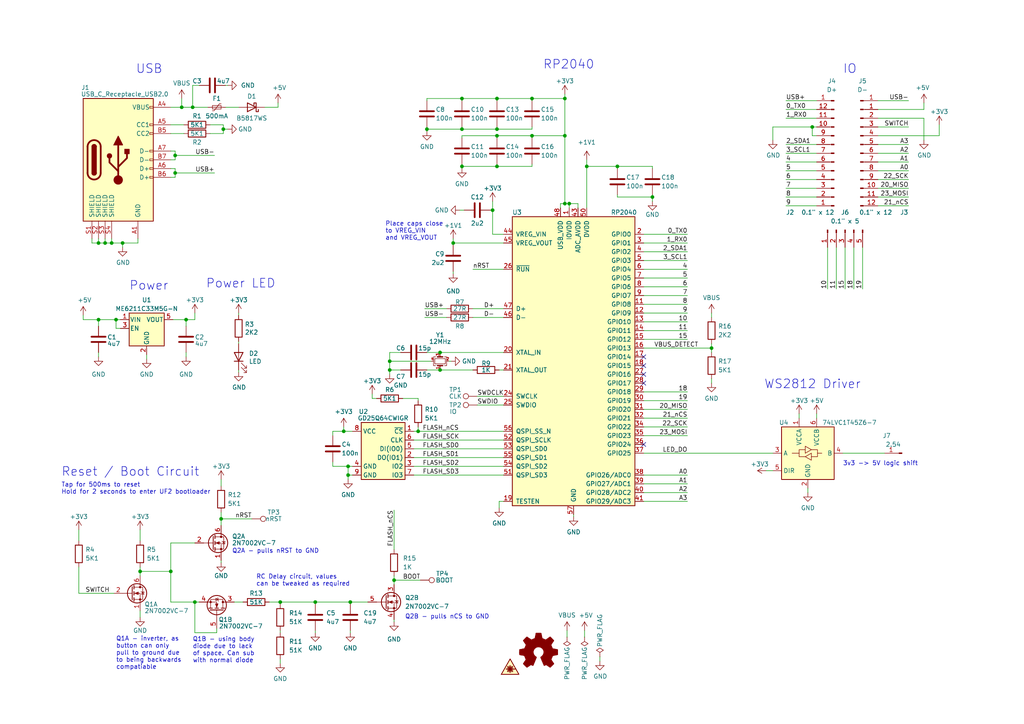
<source format=kicad_sch>
(kicad_sch (version 20211123) (generator eeschema)
  (paper "A4")
  (title_block (title "Sea Picro Extended") (date "2022-03-13") (rev "0.2") (company "Josh Johnson"))
  (junction (at 142.875 60.96))
  (junction (at 40.64 165.735))
  (junction (at 32.385 70.485))
  (junction (at 206.375 100.965))
  (junction (at 113.03 104.775))
  (junction (at 179.07 48.26))
  (junction (at 53.975 92.71))
  (junction (at 56.515 174.625))
  (junction (at 64.77 37.465))
  (junction (at 64.135 150.495))
  (junction (at 144.145 37.465))
  (junction (at 154.305 28.575))
  (junction (at 123.825 37.465))
  (junction (at 133.985 48.26))
  (junction (at 154.305 39.37))
  (junction (at 50.8 45.085))
  (junction (at 28.575 70.485))
  (junction (at 165.1 59.055))
  (junction (at 35.56 70.485))
  (junction (at 163.83 39.37))
  (junction (at 144.145 48.26))
  (junction (at 33.655 92.71))
  (junction (at 131.445 70.485))
  (junction (at 52.705 31.115))
  (junction (at 30.48 70.485))
  (junction (at 170.18 48.26))
  (junction (at 50.8 50.165))
  (junction (at 81.28 174.625))
  (junction (at 101.6 174.625))
  (junction (at 127.635 107.315))
  (junction (at 133.985 37.465))
  (junction (at 91.44 174.625))
  (junction (at 99.695 125.095))
  (junction (at 49.53 165.735))
  (junction (at 113.03 107.315))
  (junction (at 127.635 102.235))
  (junction (at 100.965 135.255))
  (junction (at 55.88 31.115))
  (junction (at 28.575 92.71))
  (junction (at 114.3 168.275))
  (junction (at 100.965 137.795))
  (junction (at 144.145 28.575))
  (junction (at 163.83 28.575))
  (junction (at 144.145 39.37))
  (junction (at 121.285 125.095))
  (junction (at 133.985 28.575))
  (junction (at 189.23 57.15))
  (junction (at 235.585 36.83))
  (junction (at 163.83 59.055))
  (no_connect (at 186.69 128.905))
  (no_connect (at 186.69 106.045))
  (no_connect (at 186.69 108.585))
  (no_connect (at 186.69 103.505))
  (no_connect (at 186.69 111.125))
  (wire (pts (xy 100.965 135.255) (xy 100.965 137.795)))
  (wire (pts (xy 50.8 48.895) (xy 50.8 50.165)))
  (wire (pts (xy 69.215 107.315) (xy 69.215 107.95)))
  (wire (pts (xy 186.69 93.345) (xy 199.39 93.345)))
  (wire (pts (xy 99.695 125.095) (xy 96.52 125.095)))
  (wire (pts (xy 123.825 29.21) (xy 123.825 28.575)))
  (wire (pts (xy 163.83 28.575) (xy 163.83 39.37)))
  (wire (pts (xy 247.65 71.755) (xy 247.65 83.82)))
  (wire (pts (xy 60.96 36.195) (xy 64.77 36.195)))
  (wire (pts (xy 120.015 125.095) (xy 121.285 125.095)))
  (wire (pts (xy 154.305 28.575) (xy 163.83 28.575)))
  (wire (pts (xy 179.07 48.26) (xy 170.18 48.26)))
  (wire (pts (xy 56.515 174.625) (xy 49.53 174.625)))
  (wire (pts (xy 227.965 57.15) (xy 236.855 57.15)))
  (wire (pts (xy 163.83 39.37) (xy 163.83 59.055)))
  (wire (pts (xy 254.635 41.91) (xy 263.525 41.91)))
  (wire (pts (xy 114.3 167.005) (xy 114.3 168.275)))
  (wire (pts (xy 28.575 70.485) (xy 30.48 70.485)))
  (wire (pts (xy 154.305 28.575) (xy 154.305 29.21)))
  (wire (pts (xy 186.69 90.805) (xy 199.39 90.805)))
  (wire (pts (xy 26.67 70.485) (xy 28.575 70.485)))
  (wire (pts (xy 113.03 102.235) (xy 113.03 104.775)))
  (wire (pts (xy 40.64 164.465) (xy 40.64 165.735)))
  (wire (pts (xy 80.645 31.115) (xy 80.645 29.845)))
  (wire (pts (xy 129.54 92.075) (xy 123.19 92.075)))
  (wire (pts (xy 227.965 54.61) (xy 236.855 54.61)))
  (wire (pts (xy 65.405 31.115) (xy 69.215 31.115)))
  (wire (pts (xy 32.385 69.215) (xy 32.385 70.485)))
  (wire (pts (xy 186.69 98.425) (xy 199.39 98.425)))
  (wire (pts (xy 227.965 52.07) (xy 236.855 52.07)))
  (wire (pts (xy 186.69 95.885) (xy 199.39 95.885)))
  (wire (pts (xy 64.135 148.59) (xy 64.135 150.495)))
  (wire (pts (xy 222.25 136.525) (xy 224.155 136.525)))
  (wire (pts (xy 133.985 47.625) (xy 133.985 48.26)))
  (wire (pts (xy 146.05 70.485) (xy 131.445 70.485)))
  (wire (pts (xy 127.635 107.315) (xy 137.16 107.315)))
  (wire (pts (xy 170.18 48.26) (xy 170.18 60.325)))
  (wire (pts (xy 22.86 164.465) (xy 22.86 172.085)))
  (wire (pts (xy 186.69 70.485) (xy 199.39 70.485)))
  (wire (pts (xy 28.575 92.71) (xy 33.655 92.71)))
  (wire (pts (xy 227.965 34.29) (xy 236.855 34.29)))
  (wire (pts (xy 169.545 182.88) (xy 169.545 184.785)))
  (wire (pts (xy 55.88 24.765) (xy 57.785 24.765)))
  (wire (pts (xy 49.53 48.895) (xy 50.8 48.895)))
  (wire (pts (xy 50.8 50.165) (xy 50.8 51.435)))
  (wire (pts (xy 163.83 27.305) (xy 163.83 28.575)))
  (wire (pts (xy 267.97 31.75) (xy 267.97 29.845)))
  (wire (pts (xy 50.8 45.085) (xy 62.23 45.085)))
  (wire (pts (xy 81.28 174.625) (xy 91.44 174.625)))
  (wire (pts (xy 235.585 39.37) (xy 235.585 36.83)))
  (wire (pts (xy 267.97 34.29) (xy 267.97 40.64)))
  (wire (pts (xy 144.145 29.21) (xy 144.145 28.575)))
  (wire (pts (xy 138.43 117.475) (xy 146.05 117.475)))
  (wire (pts (xy 64.135 150.495) (xy 73.025 150.495)))
  (wire (pts (xy 254.635 44.45) (xy 263.525 44.45)))
  (wire (pts (xy 179.07 56.515) (xy 179.07 57.15)))
  (wire (pts (xy 69.215 91.44) (xy 69.215 90.805)))
  (wire (pts (xy 165.1 59.055) (xy 163.83 59.055)))
  (wire (pts (xy 227.965 29.21) (xy 236.855 29.21)))
  (wire (pts (xy 227.965 44.45) (xy 236.855 44.45)))
  (wire (pts (xy 64.135 150.495) (xy 64.135 152.4)))
  (wire (pts (xy 154.305 36.83) (xy 154.305 37.465)))
  (wire (pts (xy 144.145 37.465) (xy 154.305 37.465)))
  (wire (pts (xy 236.855 39.37) (xy 235.585 39.37)))
  (wire (pts (xy 186.69 142.875) (xy 199.39 142.875)))
  (wire (pts (xy 49.53 174.625) (xy 49.53 165.735)))
  (wire (pts (xy 50.165 92.71) (xy 53.975 92.71)))
  (wire (pts (xy 113.03 107.315) (xy 113.03 108.585)))
  (wire (pts (xy 114.3 147.955) (xy 114.3 159.385)))
  (wire (pts (xy 22.86 153.67) (xy 22.86 156.845)))
  (wire (pts (xy 236.855 120.015) (xy 236.855 121.285)))
  (wire (pts (xy 186.69 73.025) (xy 199.39 73.025)))
  (wire (pts (xy 186.69 126.365) (xy 199.39 126.365)))
  (wire (pts (xy 206.375 90.805) (xy 206.375 92.075)))
  (wire (pts (xy 64.77 36.195) (xy 64.77 37.465)))
  (wire (pts (xy 154.305 47.625) (xy 154.305 48.26)))
  (wire (pts (xy 120.015 132.715) (xy 146.05 132.715)))
  (wire (pts (xy 133.985 37.465) (xy 144.145 37.465)))
  (wire (pts (xy 179.07 48.26) (xy 189.23 48.26)))
  (wire (pts (xy 53.34 36.195) (xy 49.53 36.195)))
  (wire (pts (xy 56.515 90.805) (xy 56.515 92.71)))
  (wire (pts (xy 113.03 104.775) (xy 113.03 107.315)))
  (wire (pts (xy 131.445 69.215) (xy 131.445 70.485)))
  (wire (pts (xy 142.875 60.96) (xy 142.875 67.945)))
  (wire (pts (xy 28.575 92.71) (xy 28.575 94.615)))
  (wire (pts (xy 121.285 123.825) (xy 121.285 125.095)))
  (wire (pts (xy 144.145 48.26) (xy 154.305 48.26)))
  (wire (pts (xy 170.18 46.355) (xy 170.18 48.26)))
  (wire (pts (xy 129.54 89.535) (xy 123.19 89.535)))
  (wire (pts (xy 69.215 99.695) (xy 69.215 99.06)))
  (wire (pts (xy 254.635 36.83) (xy 263.525 36.83)))
  (wire (pts (xy 189.23 57.15) (xy 189.23 58.42)))
  (wire (pts (xy 49.53 43.815) (xy 50.8 43.815)))
  (wire (pts (xy 144.145 28.575) (xy 154.305 28.575)))
  (wire (pts (xy 254.635 34.29) (xy 267.97 34.29)))
  (wire (pts (xy 65.405 24.765) (xy 66.04 24.765)))
  (wire (pts (xy 179.07 48.895) (xy 179.07 48.26)))
  (wire (pts (xy 50.8 46.355) (xy 49.53 46.355)))
  (wire (pts (xy 22.86 172.085) (xy 33.02 172.085)))
  (wire (pts (xy 101.6 174.625) (xy 106.68 174.625)))
  (wire (pts (xy 133.985 28.575) (xy 133.985 29.21)))
  (wire (pts (xy 101.6 182.88) (xy 101.6 183.515)))
  (wire (pts (xy 102.235 135.255) (xy 100.965 135.255)))
  (wire (pts (xy 26.67 69.215) (xy 26.67 70.485)))
  (wire (pts (xy 254.635 59.69) (xy 263.525 59.69)))
  (wire (pts (xy 81.28 182.88) (xy 81.28 183.515)))
  (wire (pts (xy 33.655 95.25) (xy 33.655 92.71)))
  (wire (pts (xy 120.015 135.255) (xy 146.05 135.255)))
  (wire (pts (xy 50.8 51.435) (xy 49.53 51.435)))
  (wire (pts (xy 100.965 137.795) (xy 102.235 137.795)))
  (wire (pts (xy 254.635 49.53) (xy 263.525 49.53)))
  (wire (pts (xy 186.69 137.795) (xy 199.39 137.795)))
  (wire (pts (xy 52.705 28.575) (xy 52.705 31.115)))
  (wire (pts (xy 28.575 69.215) (xy 28.575 70.485)))
  (wire (pts (xy 186.69 140.335) (xy 199.39 140.335)))
  (wire (pts (xy 113.03 107.315) (xy 116.205 107.315)))
  (wire (pts (xy 245.11 71.755) (xy 245.11 83.82)))
  (wire (pts (xy 50.8 45.085) (xy 50.8 46.355)))
  (wire (pts (xy 101.6 175.26) (xy 101.6 174.625)))
  (wire (pts (xy 186.69 83.185) (xy 199.39 83.185)))
  (wire (pts (xy 133.985 48.26) (xy 144.145 48.26)))
  (wire (pts (xy 60.96 38.735) (xy 64.77 38.735)))
  (wire (pts (xy 123.825 28.575) (xy 133.985 28.575)))
  (wire (pts (xy 144.145 39.37) (xy 144.145 40.005)))
  (wire (pts (xy 40.64 165.735) (xy 40.64 167.005)))
  (wire (pts (xy 144.145 36.83) (xy 144.145 37.465)))
  (wire (pts (xy 53.975 92.71) (xy 53.975 94.615)))
  (wire (pts (xy 146.05 145.415) (xy 144.78 145.415)))
  (wire (pts (xy 164.465 182.88) (xy 164.465 184.785)))
  (wire (pts (xy 100.965 137.795) (xy 100.965 139.065)))
  (wire (pts (xy 32.385 70.485) (xy 35.56 70.485)))
  (wire (pts (xy 30.48 70.485) (xy 32.385 70.485)))
  (wire (pts (xy 189.23 48.26) (xy 189.23 48.895)))
  (wire (pts (xy 120.015 127.635) (xy 146.05 127.635)))
  (wire (pts (xy 144.78 145.415) (xy 144.78 147.32)))
  (wire (pts (xy 107.95 114.3) (xy 107.95 115.57)))
  (wire (pts (xy 186.69 121.285) (xy 199.39 121.285)))
  (wire (pts (xy 64.135 139.065) (xy 64.135 140.97)))
  (wire (pts (xy 120.015 137.795) (xy 146.05 137.795)))
  (wire (pts (xy 121.285 115.57) (xy 121.285 116.205)))
  (wire (pts (xy 42.545 102.87) (xy 42.545 104.14)))
  (wire (pts (xy 123.825 37.465) (xy 133.985 37.465)))
  (wire (pts (xy 78.105 174.625) (xy 81.28 174.625)))
  (wire (pts (xy 34.925 95.25) (xy 33.655 95.25)))
  (wire (pts (xy 133.985 28.575) (xy 144.145 28.575)))
  (wire (pts (xy 67.945 174.625) (xy 70.485 174.625)))
  (wire (pts (xy 165.1 59.055) (xy 165.1 60.325)))
  (wire (pts (xy 99.695 123.825) (xy 99.695 125.095)))
  (wire (pts (xy 123.825 37.465) (xy 123.825 38.1)))
  (wire (pts (xy 50.8 50.165) (xy 62.23 50.165)))
  (wire (pts (xy 227.965 49.53) (xy 236.855 49.53)))
  (wire (pts (xy 254.635 54.61) (xy 263.525 54.61)))
  (wire (pts (xy 186.69 113.665) (xy 199.39 113.665)))
  (wire (pts (xy 206.375 109.855) (xy 206.375 111.125)))
  (wire (pts (xy 173.99 191.77) (xy 173.99 190.5)))
  (wire (pts (xy 206.375 100.965) (xy 206.375 102.235)))
  (wire (pts (xy 123.825 36.83) (xy 123.825 37.465)))
  (wire (pts (xy 146.05 67.945) (xy 142.875 67.945)))
  (wire (pts (xy 186.69 80.645) (xy 199.39 80.645)))
  (wire (pts (xy 186.69 78.105) (xy 199.39 78.105)))
  (wire (pts (xy 116.84 115.57) (xy 121.285 115.57)))
  (wire (pts (xy 50.8 43.815) (xy 50.8 45.085)))
  (wire (pts (xy 55.88 31.115) (xy 60.325 31.115)))
  (wire (pts (xy 138.43 114.935) (xy 146.05 114.935)))
  (wire (pts (xy 154.305 39.37) (xy 163.83 39.37)))
  (wire (pts (xy 49.53 157.48) (xy 56.515 157.48)))
  (wire (pts (xy 56.515 183.515) (xy 56.515 174.625)))
  (wire (pts (xy 186.69 123.825) (xy 199.39 123.825)))
  (wire (pts (xy 186.69 88.265) (xy 199.39 88.265)))
  (wire (pts (xy 166.37 149.225) (xy 166.37 149.86)))
  (wire (pts (xy 40.64 177.165) (xy 40.64 179.07)))
  (wire (pts (xy 142.24 60.96) (xy 142.875 60.96)))
  (wire (pts (xy 53.975 102.235) (xy 53.975 103.505)))
  (wire (pts (xy 250.19 71.755) (xy 250.19 83.82)))
  (wire (pts (xy 167.64 59.055) (xy 165.1 59.055)))
  (wire (pts (xy 131.445 70.485) (xy 131.445 71.12)))
  (wire (pts (xy 144.145 47.625) (xy 144.145 48.26)))
  (wire (pts (xy 121.285 125.095) (xy 146.05 125.095)))
  (wire (pts (xy 254.635 52.07) (xy 263.525 52.07)))
  (wire (pts (xy 227.965 41.91) (xy 236.855 41.91)))
  (wire (pts (xy 242.57 71.755) (xy 242.57 83.82)))
  (wire (pts (xy 234.315 141.605) (xy 234.315 142.875)))
  (wire (pts (xy 163.83 59.055) (xy 162.56 59.055)))
  (wire (pts (xy 272.415 36.195) (xy 272.415 39.37)))
  (wire (pts (xy 49.53 165.735) (xy 40.64 165.735)))
  (wire (pts (xy 62.865 183.515) (xy 56.515 183.515)))
  (wire (pts (xy 133.985 39.37) (xy 144.145 39.37)))
  (wire (pts (xy 99.695 125.095) (xy 102.235 125.095)))
  (wire (pts (xy 131.445 78.74) (xy 131.445 79.375)))
  (wire (pts (xy 64.77 37.465) (xy 64.77 38.735)))
  (wire (pts (xy 186.69 75.565) (xy 199.39 75.565)))
  (wire (pts (xy 137.16 92.075) (xy 146.05 92.075)))
  (wire (pts (xy 189.23 56.515) (xy 189.23 57.15)))
  (wire (pts (xy 49.53 31.115) (xy 52.705 31.115)))
  (wire (pts (xy 40.64 153.67) (xy 40.64 156.845)))
  (wire (pts (xy 91.44 182.88) (xy 91.44 183.515)))
  (wire (pts (xy 53.34 38.735) (xy 49.53 38.735)))
  (wire (pts (xy 123.825 107.315) (xy 127.635 107.315)))
  (wire (pts (xy 224.155 36.83) (xy 235.585 36.83)))
  (wire (pts (xy 24.13 92.71) (xy 24.13 91.44)))
  (wire (pts (xy 133.35 60.96) (xy 134.62 60.96)))
  (wire (pts (xy 244.475 131.445) (xy 256.54 131.445)))
  (wire (pts (xy 130.175 104.775) (xy 130.81 104.775)))
  (wire (pts (xy 227.965 31.75) (xy 236.855 31.75)))
  (wire (pts (xy 133.985 40.005) (xy 133.985 39.37)))
  (wire (pts (xy 62.865 182.245) (xy 62.865 183.515)))
  (wire (pts (xy 137.16 89.535) (xy 146.05 89.535)))
  (wire (pts (xy 162.56 59.055) (xy 162.56 60.325)))
  (wire (pts (xy 114.3 179.705) (xy 114.3 180.34)))
  (wire (pts (xy 113.03 104.775) (xy 125.095 104.775)))
  (wire (pts (xy 154.305 40.005) (xy 154.305 39.37)))
  (wire (pts (xy 224.155 36.83) (xy 224.155 40.64)))
  (wire (pts (xy 64.135 162.56) (xy 64.135 163.195)))
  (wire (pts (xy 53.975 92.71) (xy 56.515 92.71)))
  (wire (pts (xy 186.69 100.965) (xy 206.375 100.965)))
  (wire (pts (xy 33.655 92.71) (xy 34.925 92.71)))
  (wire (pts (xy 133.985 48.26) (xy 133.985 48.895)))
  (wire (pts (xy 146.05 78.105) (xy 137.16 78.105)))
  (wire (pts (xy 40.005 69.215) (xy 40.005 70.485)))
  (wire (pts (xy 66.04 37.465) (xy 64.77 37.465)))
  (wire (pts (xy 133.985 36.83) (xy 133.985 37.465)))
  (wire (pts (xy 55.88 24.765) (xy 55.88 31.115)))
  (wire (pts (xy 52.705 31.115) (xy 55.88 31.115)))
  (wire (pts (xy 167.64 60.325) (xy 167.64 59.055)))
  (wire (pts (xy 186.69 145.415) (xy 199.39 145.415)))
  (wire (pts (xy 254.635 39.37) (xy 272.415 39.37)))
  (wire (pts (xy 254.635 46.99) (xy 263.525 46.99)))
  (wire (pts (xy 186.69 116.205) (xy 199.39 116.205)))
  (wire (pts (xy 227.965 46.99) (xy 236.855 46.99)))
  (wire (pts (xy 96.52 125.095) (xy 96.52 126.365)))
  (wire (pts (xy 30.48 69.215) (xy 30.48 70.485)))
  (wire (pts (xy 127.635 102.235) (xy 146.05 102.235)))
  (wire (pts (xy 186.69 118.745) (xy 199.39 118.745)))
  (wire (pts (xy 81.28 175.26) (xy 81.28 174.625)))
  (wire (pts (xy 120.015 130.175) (xy 146.05 130.175)))
  (wire (pts (xy 179.07 57.15) (xy 189.23 57.15)))
  (wire (pts (xy 35.56 70.485) (xy 40.005 70.485)))
  (wire (pts (xy 76.835 31.115) (xy 80.645 31.115)))
  (wire (pts (xy 96.52 133.985) (xy 96.52 135.255)))
  (wire (pts (xy 28.575 102.235) (xy 28.575 103.505)))
  (wire (pts (xy 24.13 92.71) (xy 28.575 92.71)))
  (wire (pts (xy 254.635 31.75) (xy 267.97 31.75)))
  (wire (pts (xy 81.28 191.135) (xy 81.28 192.405)))
  (wire (pts (xy 227.965 59.69) (xy 236.855 59.69)))
  (wire (pts (xy 254.635 29.21) (xy 263.525 29.21)))
  (wire (pts (xy 114.3 168.275) (xy 121.92 168.275)))
  (wire (pts (xy 254.635 57.15) (xy 263.525 57.15)))
  (wire (pts (xy 107.95 115.57) (xy 109.22 115.57)))
  (wire (pts (xy 144.145 39.37) (xy 154.305 39.37)))
  (wire (pts (xy 142.875 58.42) (xy 142.875 60.96)))
  (wire (pts (xy 231.775 120.015) (xy 231.775 121.285)))
  (wire (pts (xy 116.205 102.235) (xy 113.03 102.235)))
  (wire (pts (xy 240.03 71.755) (xy 240.03 83.82)))
  (wire (pts (xy 96.52 135.255) (xy 100.965 135.255)))
  (wire (pts (xy 144.78 107.315) (xy 146.05 107.315)))
  (wire (pts (xy 186.69 131.445) (xy 224.155 131.445)))
  (wire (pts (xy 91.44 175.26) (xy 91.44 174.625)))
  (wire (pts (xy 235.585 36.83) (xy 236.855 36.83)))
  (wire (pts (xy 186.69 67.945) (xy 199.39 67.945)))
  (wire (pts (xy 56.515 174.625) (xy 57.785 174.625)))
  (wire (pts (xy 114.3 168.275) (xy 114.3 169.545)))
  (wire (pts (xy 49.53 157.48) (xy 49.53 165.735)))
  (wire (pts (xy 91.44 174.625) (xy 101.6 174.625)))
  (wire (pts (xy 206.375 99.695) (xy 206.375 100.965)))
  (wire (pts (xy 186.69 85.725) (xy 199.39 85.725)))
  (wire (pts (xy 123.825 102.235) (xy 127.635 102.235)))
  (wire (pts (xy 35.56 71.755) (xy 35.56 70.485)))
  (text "Power LED" (at 59.69 83.82 0) (effects (font (size 2.54 2.54)) (justify left bottom)))
  (text "RP2040" (at 157.48 20.32 0) (effects (font (size 2.54 2.54)) (justify left bottom)))
  (text "3v3 -> 5V logic shift" (at 244.475 135.255 0) (effects (font (size 1.27 1.27)) (justify left bottom)))
  (text "Power" (at 37.465 84.455 0) (effects (font (size 2.54 2.54)) (justify left bottom)))
  (text "Q2A - pulls nRST to GND" (at 67.31 160.655 0) (effects (font (size 1.27 1.27)) (justify left bottom)))
  (text "Q1A - inverter, as \nbutton can only \npull to ground due\nto being backwards\ncompatiable" (at 33.655 194.31 0) (effects (font (size 1.27 1.27)) (justify left bottom)))
  (text "Place caps close \nto VREG_VIN \nand VREG_VOUT" (at 111.76 69.85 0) (effects (font (size 1.27 1.27)) (justify left bottom)))
  (text "Q1B - using body \ndiode due to lack\nof space. Can sub\nwith normal diode" (at 55.88 192.405 0) (effects (font (size 1.27 1.27)) (justify left bottom)))
  (text "Tap for 500ms to reset\nHold for 2 seconds to enter UF2 bootloader" (at 17.78 143.51 0) (effects (font (size 1.27 1.27)) (justify left bottom)))
  (text "RC Delay circuit, values\ncan be tweaked as required" (at 74.295 170.18 0) (effects (font (size 1.27 1.27)) (justify left bottom)))
  (text "Reset / Boot Circuit" (at 17.78 138.43 0) (effects (font (size 2.54 2.54)) (justify left bottom)))
  (text "IO" (at 244.475 21.59 0) (effects (font (size 2.54 2.54)) (justify left bottom)))
  (text "USB" (at 39.37 21.59 0) (effects (font (size 2.54 2.54)) (justify left bottom)))
  (text "WS2812 Driver" (at 221.615 113.03 0) (effects (font (size 2.54 2.54)) (justify left bottom)))
  (text "Q2B - pulls nCS to GND" (at 117.475 179.705 0) (effects (font (size 1.27 1.27)) (justify left bottom)))
  (label "10" (at 199.39 93.345 180))
  (label "23_MOSI" (at 199.39 126.365 180))
  (label "USB-" (at 62.23 45.085 180))
  (label "4" (at 227.965 46.99 0))
  (label "SWDIO" (at 138.43 117.475 0))
  (label "3_SCL1" (at 199.39 75.565 180))
  (label "SWDCLK" (at 138.43 114.935 0))
  (label "22_SCK" (at 199.39 123.825 180))
  (label "7" (at 227.965 54.61 0))
  (label "18" (at 247.65 83.82 90))
  (label "A2" (at 199.39 142.875 180))
  (label "15" (at 199.39 98.425 180))
  (label "4" (at 199.39 78.105 180))
  (label "3_SCL1" (at 227.965 44.45 0))
  (label "USB-" (at 263.525 29.21 180))
  (label "2_SDA1" (at 227.965 41.91 0))
  (label "5" (at 227.965 49.53 0))
  (label "USB+" (at 227.965 29.21 0))
  (label "22_SCK" (at 263.525 52.07 180))
  (label "6" (at 227.965 52.07 0))
  (label "nRST" (at 137.16 78.105 0))
  (label "20_MISO" (at 199.39 118.745 180))
  (label "USB-" (at 123.19 92.075 0))
  (label "23_MOSI" (at 263.525 57.15 180))
  (label "FLASH_SD0" (at 122.555 130.175 0))
  (label "FLASH_SD3" (at 122.555 137.795 0))
  (label "SWITCH" (at 24.765 172.085 0))
  (label "FLASH_nCS" (at 114.3 147.955 270))
  (label "9" (at 199.39 90.805 180))
  (label "A1" (at 199.39 140.335 180))
  (label "FLASH_nCS" (at 122.555 125.095 0))
  (label "21_nCS" (at 199.39 121.285 180))
  (label "8" (at 199.39 88.265 180))
  (label "5" (at 199.39 80.645 180))
  (label "A0" (at 199.39 137.795 180))
  (label "D-" (at 140.335 92.075 0))
  (label "USB+" (at 62.23 50.165 180))
  (label "0_TX0" (at 199.39 67.945 180))
  (label "USB+" (at 123.19 89.535 0))
  (label "LED_DO" (at 199.39 131.445 180))
  (label "9" (at 227.965 59.69 0))
  (label "6" (at 199.39 83.185 180))
  (label "19" (at 199.39 116.205 180))
  (label "21_nCS" (at 263.525 59.69 180))
  (label "7" (at 199.39 85.725 180))
  (label "8" (at 227.965 57.15 0))
  (label "nRST" (at 73.025 150.495 180))
  (label "15" (at 245.11 83.82 90))
  (label "11" (at 242.57 83.82 90))
  (label "0_TX0" (at 227.965 31.75 0))
  (label "D+" (at 140.335 89.535 0))
  (label "A3" (at 263.525 41.91 180))
  (label "FLASH_SCK" (at 122.555 127.635 0))
  (label "20_MISO" (at 263.525 54.61 180))
  (label "SWITCH" (at 263.525 36.83 180))
  (label "A0" (at 263.525 49.53 180))
  (label "1_RX0" (at 227.965 34.29 0))
  (label "A3" (at 199.39 145.415 180))
  (label "A2" (at 263.525 44.45 180))
  (label "1_RX0" (at 199.39 70.485 180))
  (label "BOOT" (at 121.92 168.275 180))
  (label "FLASH_SD2" (at 122.555 135.255 0))
  (label "18" (at 199.39 113.665 180))
  (label "11" (at 199.39 95.885 180))
  (label "VBUS_DETECT" (at 202.565 100.965 180))
  (label "10" (at 240.03 83.82 90))
  (label "19" (at 250.19 83.82 90))
  (label "2_SDA1" (at 199.39 73.025 180))
  (label "FLASH_SD1" (at 122.555 132.715 0))
  (label "A1" (at 263.525 46.99 180))
  (symbol (lib_id "power:GND") (at 35.56 71.755 0) (unit 1)
    (property "Reference" "#PWR01" (effects hide))
    (property "Value" "GND" (at 35.687 76.1492 0))
  )
  (symbol (lib_id "Device:R") (at 57.15 36.195 270) (unit 1)
    (property "Reference" "R1" (at 57.15 33.655 90))
    (property "Value" "5K1" (at 57.15 36.195 90))
    (property "Footprint" "Resistor_SMD:R_0402_1005Metric" (effects hide))
    (property "LCSC" "C25905" (effects hide))
    (property "MPN " "0402WGF5101TCE" (effects hide))
    (property "Manufacturer" "UNI-ROYAL(Uniroyal Elec)" (effects hide))
    (property "JLC Basic" "Y" (effects hide))
  )
  (symbol (lib_id "Device:R") (at 57.15 38.735 270) (unit 1)
    (property "Reference" "R2" (at 57.15 41.275 90))
    (property "Value" "5K1" (at 57.15 38.735 90))
    (property "Footprint" "Resistor_SMD:R_0402_1005Metric" (effects hide))
    (property "LCSC" "C25905" (effects hide))
    (property "MPN " "0402WGF5101TCE" (effects hide))
    (property "Manufacturer" "UNI-ROYAL(Uniroyal Elec)" (effects hide))
    (property "JLC Basic" "Y" (effects hide))
  )
  (symbol (lib_id "power:GND") (at 66.04 37.465 90) (unit 1)
    (property "Reference" "#PWR02" (effects hide))
    (property "Value" "GND" (at 71.12 37.465 90))
  )
  (symbol (lib_id "Device:D_Schottky") (at 73.025 31.115 180) (unit 1)
    (property "Reference" "D1" (at 73.025 27.94 0))
    (property "Value" "B5817WS" (at 73.025 34.29 0))
    (property "Footprint" "Diode_SMD:D_SOD-323" (effects hide))
    (property "LCSC" "C122854" (effects hide))
    (property "MPN " "B5817WS" (effects hide))
    (property "Manufacturer" "Shikues" (effects hide))
    (property "JLC Basic" "N" (effects hide))
  )
  (symbol (lib_id "power:+5V") (at 80.645 29.845 0) (unit 1)
    (property "Reference" "#PWR05" (effects hide))
    (property "Value" "+5V" (at 81.026 25.4508 0))
  )
  (symbol (lib_id "Device:Polyfuse_Small") (at 62.865 31.115 270) (unit 1)
    (property "Reference" "F1" (at 62.865 28.575 90))
    (property "Value" "500mA" (at 62.865 33.655 90))
    (property "Footprint" "josh-passives-smt:Fuse_0603_1608Metric" (effects hide))
    (property "LCSC" "C210357" (effects hide))
    (property "MPN " "MF-FSMF050X-2" (effects hide))
    (property "Manufacturer" "BOURNS" (effects hide))
    (property "JLC Basic" "N" (effects hide))
  )
  (symbol (lib_id "Connector:Conn_01x12_Male") (at 241.935 46.99 180) (unit 1) (in_bom no)
    (property "Reference" "J2" (at 227.965 61.595 0) (effects (justify right)))
    (property "Value" "0.1\" x 12" (at 232.41 61.595 0) (effects (justify right)))
    (property "Footprint" "josh-connectors:Castellated_Short_P2.54x12" (effects hide))
    (property "DNP" "DNP" (effects hide))
  )
  (symbol (lib_id "Connector:Conn_01x12_Male") (at 249.555 44.45 0) (unit 1) (in_bom no)
    (property "Reference" "J3" (at 262.255 61.595 0))
    (property "Value" "0.1\" x 12" (at 254 61.595 0))
    (property "Footprint" "josh-connectors:Castellated_Short_P2.54x12" (effects hide))
    (property "DNP" "DNP" (effects hide))
  )
  (symbol (lib_id "Device:LED") (at 69.215 103.505 90) (unit 1)
    (property "Reference" "D2" (at 72.1868 102.5144 90) (effects (justify right)))
    (property "Value" "LED" (at 72.1868 104.8258 90) (effects (justify right)))
    (property "Footprint" "LED_SMD:LED_0603_1608Metric" (effects hide))
    (property "LCSC" "C72041" (effects hide))
    (property "MPN " "19-217/BHC-ZL1M2RY/3T" (effects hide))
    (property "Manufacturer" "Everlight Elec" (effects hide))
    (property "JLC Basic" "Y" (effects hide))
  )
  (symbol (lib_id "Device:R") (at 69.215 95.25 0) (unit 1)
    (property "Reference" "R3" (at 70.993 94.0816 0) (effects (justify left)))
    (property "Value" "2K2" (at 70.993 96.393 0) (effects (justify left)))
    (property "Footprint" "Resistor_SMD:R_0402_1005Metric" (effects hide))
    (property "LCSC" "C25879" (effects hide))
    (property "MPN " "0402WGF2201TCE" (effects hide))
    (property "Manufacturer" "UNI-ROYAL(Uniroyal Elec)" (effects hide))
    (property "JLC Basic" "Y" (effects hide))
  )
  (symbol (lib_id "power:GND") (at 69.215 107.95 0) (unit 1)
    (property "Reference" "#PWR07" (effects hide))
    (property "Value" "GND" (at 69.342 112.3442 0))
  )
  (symbol (lib_id "power:GND") (at 224.155 40.64 0) (unit 1)
    (property "Reference" "#PWR03" (effects hide))
    (property "Value" "GND" (at 224.282 45.0342 0))
  )
  (symbol (lib_id "power:+5V") (at 267.97 29.845 0) (mirror y) (unit 1)
    (property "Reference" "#PWR010" (effects hide))
    (property "Value" "+5V" (at 267.589 25.4508 0))
  )
  (symbol (lib_id "power:GND") (at 267.97 40.64 0) (unit 1)
    (property "Reference" "#PWR09" (effects hide))
    (property "Value" "GND" (at 268.097 45.0342 0))
  )
  (symbol (lib_id "power:PWR_FLAG") (at 173.99 190.5 0) (unit 1)
    (property "Reference" "#FLG04" (effects hide))
    (property "Value" "PWR_FLAG" (at 173.99 182.88 90))
  )
  (symbol (lib_id "power:GND") (at 173.99 191.77 0) (unit 1)
    (property "Reference" "#PWR017" (effects hide))
    (property "Value" "GND" (at 174.117 196.1642 0))
  )
  (symbol (lib_id "Graphic:Logo_Open_Hardware_Small") (at 156.21 189.23 0) (unit 1) (in_bom no)
    (property "Reference" "LOGO1" (effects hide))
    (property "Value" "Logo_Open_Hardware_Small" (effects hide))
    (property "Footprint" "josh-logos:OSHW_Logo_3.6x3.6_F.Mask" (effects hide))
    (property "DNP" "DNP" (effects hide))
  )
  (symbol (lib_id "Device:C") (at 131.445 74.93 0) (mirror y) (unit 1)
    (property "Reference" "C9" (at 128.905 73.66 0) (effects (justify left)))
    (property "Value" "2u2" (at 128.905 76.2 0) (effects (justify left)))
    (property "Footprint" "Capacitor_SMD:C_0402_1005Metric" (effects hide))
    (property "LCSC" "C12530" (effects hide))
    (property "MPN " "CL05A225MQ5NSNC" (effects hide))
    (property "Manufacturer" "Samsung Electro-Mechanics" (effects hide))
    (property "JLC Basic" "Y" (effects hide))
  )
  (symbol (lib_id "power:GND") (at 28.575 103.505 0) (unit 1)
    (property "Reference" "#PWR06" (effects hide))
    (property "Value" "GND" (at 28.575 108.585 0))
  )
  (symbol (lib_id "Device:C") (at 101.6 179.07 0) (unit 1)
    (property "Reference" "C19" (at 105.41 177.7999 0) (effects (justify left)))
    (property "Value" "4u7" (at 105.41 180.3399 0) (effects (justify left)))
    (property "Footprint" "Capacitor_SMD:C_0402_1005Metric" (effects hide))
    (property "JLC Basic" "Y" (effects hide))
    (property "LCSC" "C23733" (effects hide))
    (property "MPN " "CL05A475MP5NRNC" (effects hide))
    (property "Manufacturer" "Samsung Electro-Mechanics" (effects hide))
  )
  (symbol (lib_id "Device:C") (at 96.52 130.175 0) (unit 1)
    (property "Reference" "C4" (at 99.06 128.905 0) (effects (justify left)))
    (property "Value" "100n" (at 99.06 131.445 0) (effects (justify left)))
    (property "Footprint" "Capacitor_SMD:C_0402_1005Metric" (effects hide))
    (property "LCSC" "C1525" (effects hide))
    (property "MPN " "CL05B104KO5NNNC" (effects hide))
    (property "Manufacturer" "Samsung Electro-Mechanics" (effects hide))
    (property "JLC Basic" "Y" (effects hide))
  )
  (symbol (lib_id "power:GND") (at 166.37 149.86 0) (unit 1)
    (property "Reference" "#PWR033" (effects hide))
    (property "Value" "GND" (at 166.37 154.305 0))
  )
  (symbol (lib_id "Device:R") (at 206.375 106.045 0) (unit 1)
    (property "Reference" "R17" (at 208.28 104.7749 0) (effects (justify left)))
    (property "Value" "5K1" (at 208.28 107.3149 0) (effects (justify left)))
    (property "Footprint" "Resistor_SMD:R_0402_1005Metric" (effects hide))
    (property "JLC Basic" "Y" (effects hide))
    (property "LCSC" "C25905" (effects hide))
    (property "MPN " "0402WGF5101TCE" (effects hide))
    (property "Manufacturer" "UNI-ROYAL(Uniroyal Elec)" (effects hide))
  )
  (symbol (lib_id "power:+5V") (at 169.545 182.88 0) (unit 1)
    (property "Reference" "#PWR0112" (effects hide))
    (property "Value" "+5V" (at 169.926 178.4858 0))
  )
  (symbol (lib_id "Transistor_FET:FDG6335N") (at 61.595 157.48 0) (unit 1)
    (property "Reference" "Q2" (at 69.215 155.575 0))
    (property "Value" "2N7002VC-7" (at 73.66 157.48 0))
    (property "Footprint" "Package_TO_SOT_SMD:SOT-563" (effects hide))
    (property "Datasheet" "http://www.gneic.com/product/datasheet/FDG6335N-1122853.pdf" (effects hide))
    (property "JLC Basic" "N" (effects hide))
    (property "LCSC" "C504145" (effects hide))
    (property "MPN " "2N7002V" (effects hide))
    (property "Manufacturer" "Changjiang Electronics Tech (CJ) " (effects hide))
  )
  (symbol (lib_id "Device:Crystal_GND24_Small") (at 127.635 104.775 90) (unit 1)
    (property "Reference" "Y1" (at 127.635 97.155 90))
    (property "Value" "12MHz" (at 127.635 99.06 90))
    (property "Footprint" "josh-oscillators:Crystal_SMD_2520-4Pin_2.5x2.0mm" (effects hide))
    (property "LCSC" "C2C2149204149205" (effects hide))
    (property "MPN " "2TJ412000HYGBC" (effects hide))
    (property "Manufacturer" "JYJE" (effects hide))
    (property "JLC Basic" "N" (effects hide))
  )
  (symbol (lib_id "josh-connector:USB_C_Receptacle_USB2.0_NO_SBU") (at 34.29 46.355 0) (unit 1)
    (property "Reference" "J1" (at 24.765 25.4 0))
    (property "Value" "USB_C_Receptacle_USB2.0" (at 36.195 27.305 0))
    (property "Footprint" "josh-connectors:USB-C_MID_MOUNT_918-418K2024S40000" (effects hide))
    (property "JLC Basic" "N" (effects hide))
    (property "LCSC" "C168688" (effects hide))
    (property "MPN " "918-418K2024S40000" (effects hide))
    (property "Manufacturer" "Jing Extension of the Electronic Co" (effects hide))
  )
  (symbol (lib_id "Device:R") (at 206.375 95.885 0) (unit 1)
    (property "Reference" "R16" (at 208.28 94.6149 0) (effects (justify left)))
    (property "Value" "2K2" (at 208.28 97.1549 0) (effects (justify left)))
    (property "Footprint" "Resistor_SMD:R_0402_1005Metric" (effects hide))
    (property "JLC Basic" "Y" (effects hide))
    (property "LCSC" "C25879" (effects hide))
    (property "MPN " "0402WGF2201TCE" (effects hide))
    (property "Manufacturer" "UNI-ROYAL(Uniroyal Elec)" (effects hide))
  )
  (symbol (lib_id "Transistor_FET:FDG6335N") (at 62.865 177.165 270) (mirror x) (unit 2)
    (property "Reference" "Q1" (at 65.405 179.705 90))
    (property "Value" "2N7002VC-7" (at 69.85 181.61 90))
    (property "Footprint" "Package_TO_SOT_SMD:SOT-563" (effects hide))
    (property "Datasheet" "http://www.gneic.com/product/datasheet/FDG6335N-1122853.pdf" (effects hide))
    (property "JLC Basic" "N" (effects hide))
    (property "LCSC" "C504145" (effects hide))
    (property "MPN " "2N7002V" (effects hide))
    (property "Manufacturer" "Changjiang Electronics Tech (CJ) " (effects hide))
  )
  (symbol (lib_id "power:+3V3") (at 163.83 27.305 0) (unit 1)
    (property "Reference" "#PWR032" (effects hide))
    (property "Value" "+3V3" (at 163.83 23.495 0))
  )
  (symbol (lib_id "power:GND") (at 66.04 24.765 90) (unit 1)
    (property "Reference" "#PWR018" (effects hide))
    (property "Value" "GND" (at 69.85 24.7649 90) (effects (justify right)))
  )
  (symbol (lib_id "Connector:TestPoint") (at 138.43 117.475 90) (unit 1) (in_bom no)
    (property "Reference" "TP2" (at 132.08 117.475 90))
    (property "Value" "IO" (at 131.445 119.38 90))
    (property "Footprint" "josh-test-point:TestPoint_THTPad_D1.0mm_Drill0.5mm_NO_SILK" (effects hide))
    (property "DNP" "DNP" (effects hide))
  )
  (symbol (lib_id "Connector:TestPoint") (at 73.025 150.495 270) (unit 1) (in_bom no)
    (property "Reference" "TP3" (at 79.375 148.59 90))
    (property "Value" "nRST" (at 79.375 150.495 90))
    (property "Footprint" "josh-test-point:TestPoint_SMDPad_D1.0mm_NO_SILK" (effects hide))
    (property "DNP" "DNP" (effects hide))
  )
  (symbol (lib_id "Device:R") (at 133.35 89.535 90) (unit 1)
    (property "Reference" "R7" (at 133.35 87.63 90))
    (property "Value" "27R" (at 133.35 89.535 90))
    (property "Footprint" "Resistor_SMD:R_0402_1005Metric" (effects hide))
    (property "LCSC" "C25100" (effects hide))
    (property "MPN " "0402WGF270JTCE" (effects hide))
    (property "Manufacturer" "UNI-ROYAL(Uniroyal Elec)" (effects hide))
    (property "JLC Basic" "N" (effects hide))
  )
  (symbol (lib_id "Device:C") (at 133.985 43.815 0) (unit 1)
    (property "Reference" "C11" (at 136.525 42.545 0) (effects (justify left)))
    (property "Value" "100n" (at 136.525 45.085 0) (effects (justify left)))
    (property "Footprint" "Capacitor_SMD:C_0402_1005Metric" (effects hide))
    (property "LCSC" "C1525" (effects hide))
    (property "MPN " "CL05B104KO5NNNC" (effects hide))
    (property "Manufacturer" "Samsung Electro-Mechanics" (effects hide))
    (property "JLC Basic" "Y" (effects hide))
  )
  (symbol (lib_id "power:+3V3") (at 222.25 136.525 90) (unit 1)
    (property "Reference" "#PWR0116" (effects hide))
    (property "Value" "+3V3" (at 220.345 134.62 90))
  )
  (symbol (lib_id "Device:R") (at 81.28 179.07 0) (unit 1)
    (property "Reference" "R14" (at 83.82 177.7999 0) (effects (justify left)))
    (property "Value" "51K" (at 83.82 180.3399 0) (effects (justify left)))
    (property "Footprint" "Resistor_SMD:R_0402_1005Metric" (effects hide))
    (property "JLC Basic" "Y" (effects hide))
    (property "LCSC" "C25794" (effects hide))
    (property "MPN " "0402WGF5102TCE" (effects hide))
    (property "Manufacturer" "UNI-ROYAL(Uniroyal Elec)" (effects hide))
  )
  (symbol (lib_id "power:GND") (at 64.135 163.195 0) (unit 1)
    (property "Reference" "#PWR0101" (effects hide))
    (property "Value" "GND" (at 64.135 167.005 0))
  )
  (symbol (lib_id "Device:R") (at 140.97 107.315 90) (unit 1)
    (property "Reference" "R9" (at 140.97 105.41 90))
    (property "Value" "1K" (at 140.97 107.315 90))
    (property "Footprint" "Resistor_SMD:R_0402_1005Metric" (effects hide))
    (property "LCSC" "C11702" (effects hide))
    (property "MPN " "0402WGF1001TCE" (effects hide))
    (property "Manufacturer" "UNI-ROYAL(Uniroyal Elec)" (effects hide))
    (property "JLC Basic" "Y" (effects hide))
  )
  (symbol (lib_id "power:+3V3") (at 107.95 114.3 0) (unit 1)
    (property "Reference" "#PWR023" (effects hide))
    (property "Value" "+3V3" (at 107.95 110.49 0))
  )
  (symbol (lib_id "power:GND") (at 123.825 38.1 0) (unit 1)
    (property "Reference" "#PWR024" (effects hide))
    (property "Value" "GND" (at 123.825 42.545 0))
  )
  (symbol (lib_id "Device:R") (at 22.86 160.655 0) (unit 1)
    (property "Reference" "R4" (at 24.765 159.3849 0) (effects (justify left)))
    (property "Value" "5K1" (at 24.765 161.9249 0) (effects (justify left)))
    (property "Footprint" "Resistor_SMD:R_0402_1005Metric" (effects hide))
    (property "LCSC" "C25905" (effects hide))
    (property "MPN " "0402WGF5101TCE" (effects hide))
    (property "Manufacturer" "UNI-ROYAL(Uniroyal Elec)" (effects hide))
    (property "JLC Basic" "Y" (effects hide))
  )
  (symbol (lib_id "Device:C") (at 154.305 43.815 0) (unit 1)
    (property "Reference" "C16" (at 156.845 42.545 0) (effects (justify left)))
    (property "Value" "100n" (at 156.845 45.085 0) (effects (justify left)))
    (property "Footprint" "Capacitor_SMD:C_0402_1005Metric" (effects hide))
    (property "LCSC" "C1525" (effects hide))
    (property "MPN " "CL05B104KO5NNNC" (effects hide))
    (property "Manufacturer" "Samsung Electro-Mechanics" (effects hide))
    (property "JLC Basic" "Y" (effects hide))
  )
  (symbol (lib_id "power:GND") (at 133.985 48.895 0) (unit 1)
    (property "Reference" "#PWR029" (effects hide))
    (property "Value" "GND" (at 133.985 53.34 0))
  )
  (symbol (lib_id "power:+3V3") (at 272.415 36.195 0) (unit 1)
    (property "Reference" "#PWR039" (effects hide))
    (property "Value" "+3V3" (at 272.415 32.385 0))
  )
  (symbol (lib_id "Device:R") (at 114.3 163.195 0) (unit 1)
    (property "Reference" "R15" (at 116.84 161.9249 0) (effects (justify left)))
    (property "Value" "1K" (at 116.84 164.4649 0) (effects (justify left)))
    (property "Footprint" "Resistor_SMD:R_0402_1005Metric" (effects hide))
    (property "LCSC" "C11702" (effects hide))
    (property "MPN " "0402WGF1001TCE" (effects hide))
    (property "Manufacturer" "UNI-ROYAL(Uniroyal Elec)" (effects hide))
    (property "JLC Basic" "Y" (effects hide))
  )
  (symbol (lib_id "power:+1V1") (at 170.18 46.355 0) (unit 1)
    (property "Reference" "#PWR034" (effects hide))
    (property "Value" "+1V1" (at 170.18 41.275 0))
  )
  (symbol (lib_id "Device:C") (at 189.23 52.705 0) (unit 1)
    (property "Reference" "C18" (at 191.77 51.435 0) (effects (justify left)))
    (property "Value" "100n" (at 191.77 53.975 0) (effects (justify left)))
    (property "Footprint" "Capacitor_SMD:C_0402_1005Metric" (effects hide))
    (property "LCSC" "C1525" (effects hide))
    (property "MPN " "CL05B104KO5NNNC" (effects hide))
    (property "Manufacturer" "Samsung Electro-Mechanics" (effects hide))
    (property "JLC Basic" "Y" (effects hide))
  )
  (symbol (lib_id "Device:R") (at 64.135 144.78 0) (unit 1)
    (property "Reference" "R12" (at 66.04 143.5099 0) (effects (justify left)))
    (property "Value" "5K1" (at 66.04 146.0499 0) (effects (justify left)))
    (property "Footprint" "Resistor_SMD:R_0402_1005Metric" (effects hide))
    (property "LCSC" "C25905" (effects hide))
    (property "MPN " "0402WGF5101TCE" (effects hide))
    (property "Manufacturer" "UNI-ROYAL(Uniroyal Elec)" (effects hide))
    (property "JLC Basic" "Y" (effects hide))
  )
  (symbol (lib_id "Device:C") (at 179.07 52.705 0) (unit 1)
    (property "Reference" "C17" (at 181.61 51.435 0) (effects (justify left)))
    (property "Value" "100n" (at 181.61 53.975 0) (effects (justify left)))
    (property "Footprint" "Capacitor_SMD:C_0402_1005Metric" (effects hide))
    (property "LCSC" "C1525" (effects hide))
    (property "MPN " "CL05B104KO5NNNC" (effects hide))
    (property "Manufacturer" "Samsung Electro-Mechanics" (effects hide))
    (property "JLC Basic" "Y" (effects hide))
  )
  (symbol (lib_id "Device:C") (at 123.825 33.02 0) (unit 1)
    (property "Reference" "C8" (at 126.365 31.75 0) (effects (justify left)))
    (property "Value" "100n" (at 126.365 34.29 0) (effects (justify left)))
    (property "Footprint" "Capacitor_SMD:C_0402_1005Metric" (effects hide))
    (property "LCSC" "C1525" (effects hide))
    (property "MPN " "CL05B104KO5NNNC" (effects hide))
    (property "Manufacturer" "Samsung Electro-Mechanics" (effects hide))
    (property "JLC Basic" "Y" (effects hide))
  )
  (symbol (lib_id "power:VBUS") (at 164.465 182.88 0) (unit 1)
    (property "Reference" "#PWR0113" (effects hide))
    (property "Value" "VBUS" (at 164.465 178.435 0))
  )
  (symbol (lib_id "power:GND") (at 100.965 139.065 0) (unit 1)
    (property "Reference" "#PWR021" (effects hide))
    (property "Value" "GND" (at 100.965 143.51 0))
  )
  (symbol (lib_id "power:+3V3") (at 56.515 90.805 0) (unit 1)
    (property "Reference" "#PWR016" (effects hide))
    (property "Value" "+3V3" (at 56.515 86.995 0))
  )
  (symbol (lib_id "Device:C") (at 138.43 60.96 90) (unit 1)
    (property "Reference" "C12" (at 138.43 57.15 90))
    (property "Value" "2u2" (at 138.43 64.77 90))
    (property "Footprint" "Capacitor_SMD:C_0402_1005Metric" (effects hide))
    (property "LCSC" "C12530" (effects hide))
    (property "MPN " "CL05A225MQ5NSNC" (effects hide))
    (property "Manufacturer" "Samsung Electro-Mechanics" (effects hide))
    (property "JLC Basic" "Y" (effects hide))
  )
  (symbol (lib_id "josh-memory:W25Q128JVSIQ") (at 107.315 130.175 0) (mirror y) (unit 1)
    (property "Reference" "U2" (at 105.41 119.38 0))
    (property "Value" "GD25Q64CWIGR" (at 111.125 121.285 0))
    (property "Footprint" "Package_SON:WSON-8-1EP_6x5mm_P1.27mm_EP3.4x4mm" (effects hide))
    (property "LCSC" "C395511" (effects hide))
    (property "MPN " "GD25Q64CWIGR" (effects hide))
    (property "Manufacturer" "GigaDevice Semicon Beijing " (effects hide))
    (property "JLC Basic" "N" (effects hide))
  )
  (symbol (lib_id "Device:R") (at 40.64 160.655 0) (unit 1)
    (property "Reference" "R5" (at 42.545 159.3849 0) (effects (justify left)))
    (property "Value" "5K1" (at 42.545 161.9249 0) (effects (justify left)))
    (property "Footprint" "Resistor_SMD:R_0402_1005Metric" (effects hide))
    (property "LCSC" "C25905" (effects hide))
    (property "MPN " "0402WGF5101TCE" (effects hide))
    (property "Manufacturer" "UNI-ROYAL(Uniroyal Elec)" (effects hide))
    (property "JLC Basic" "Y" (effects hide))
  )
  (symbol (lib_id "Device:C") (at 120.015 102.235 90) (unit 1)
    (property "Reference" "C6" (at 116.205 100.965 90))
    (property "Value" "15p" (at 123.19 100.965 90))
    (property "Footprint" "Capacitor_SMD:C_0402_1005Metric" (effects hide))
    (property "LCSC" "C1548" (effects hide))
    (property "MPN " "0402CG150J500NT" (effects hide))
    (property "Manufacturer" "FH(Guangdong Fenghua Advanced Tech)" (effects hide))
    (property "JLC Basic" "Y" (effects hide))
  )
  (symbol (lib_id "power:+3V3") (at 142.875 58.42 0) (unit 1)
    (property "Reference" "#PWR030" (effects hide))
    (property "Value" "+3V3" (at 142.875 54.61 0))
  )
  (symbol (lib_id "Graphic:SYM_LASER_Small") (at 147.955 193.675 0) (unit 1) (in_bom no)
    (property "Reference" "LOGO2" (effects hide))
    (property "Value" "Sea-Picro" (effects hide))
    (property "Footprint" "josh-logos:sea-picro-silk" (effects hide))
    (property "DNP" "DNP" (effects hide))
  )
  (symbol (lib_id "Device:R") (at 133.35 92.075 90) (unit 1)
    (property "Reference" "R8" (at 133.35 94.615 90))
    (property "Value" "27R" (at 133.35 92.075 90))
    (property "Footprint" "Resistor_SMD:R_0402_1005Metric" (effects hide))
    (property "LCSC" "C25100" (effects hide))
    (property "MPN " "0402WGF270JTCE" (effects hide))
    (property "Manufacturer" "UNI-ROYAL(Uniroyal Elec)" (effects hide))
    (property "JLC Basic" "N" (effects hide))
  )
  (symbol (lib_id "Device:C") (at 154.305 33.02 0) (unit 1)
    (property "Reference" "C15" (at 156.845 31.75 0) (effects (justify left)))
    (property "Value" "100n" (at 156.845 34.29 0) (effects (justify left)))
    (property "Footprint" "Capacitor_SMD:C_0402_1005Metric" (effects hide))
    (property "LCSC" "C1525" (effects hide))
    (property "MPN " "CL05B104KO5NNNC" (effects hide))
    (property "Manufacturer" "Samsung Electro-Mechanics" (effects hide))
    (property "JLC Basic" "Y" (effects hide))
  )
  (symbol (lib_id "Connector:Conn_01x01_Male") (at 241.935 29.21 180) (unit 1) (in_bom no)
    (property "Reference" "J4" (at 241.3 23.495 0))
    (property "Value" "D+" (at 241.3 26.035 0))
    (property "Footprint" "josh-connectors:PinHeader_1x01_P2.54mm_Circle" (effects hide))
    (property "DNP" "DNP" (effects hide))
  )
  (symbol (lib_id "Device:R") (at 81.28 187.325 0) (unit 1)
    (property "Reference" "R11" (at 83.82 186.0549 0) (effects (justify left)))
    (property "Value" "51K" (at 83.82 188.5949 0) (effects (justify left)))
    (property "Footprint" "Resistor_SMD:R_0402_1005Metric" (effects hide))
    (property "JLC Basic" "Y" (effects hide))
    (property "LCSC" "C25794" (effects hide))
    (property "MPN " "0402WGF5102TCE" (effects hide))
    (property "Manufacturer" "UNI-ROYAL(Uniroyal Elec)" (effects hide))
  )
  (symbol (lib_id "power:VBUS") (at 206.375 90.805 0) (unit 1)
    (property "Reference" "#PWR0111" (effects hide))
    (property "Value" "VBUS" (at 206.375 86.36 0))
  )
  (symbol (lib_id "power:+1V1") (at 131.445 69.215 0) (unit 1)
    (property "Reference" "#PWR026" (effects hide))
    (property "Value" "+1V1" (at 131.445 65.405 0))
  )
  (symbol (lib_id "power:GND") (at 53.975 103.505 0) (unit 1)
    (property "Reference" "#PWR015" (effects hide))
    (property "Value" "GND" (at 53.975 108.585 0))
  )
  (symbol (lib_id "Device:C") (at 133.985 33.02 0) (unit 1)
    (property "Reference" "C10" (at 136.525 31.75 0) (effects (justify left)))
    (property "Value" "100n" (at 136.525 34.29 0) (effects (justify left)))
    (property "Footprint" "Capacitor_SMD:C_0402_1005Metric" (effects hide))
    (property "LCSC" "C1525" (effects hide))
    (property "MPN " "CL05B104KO5NNNC" (effects hide))
    (property "Manufacturer" "Samsung Electro-Mechanics" (effects hide))
    (property "JLC Basic" "Y" (effects hide))
  )
  (symbol (lib_id "power:GND") (at 113.03 108.585 0) (unit 1)
    (property "Reference" "#PWR022" (effects hide))
    (property "Value" "GND" (at 116.205 111.76 0))
  )
  (symbol (lib_id "power:PWR_FLAG") (at 169.545 184.785 180) (unit 1)
    (property "Reference" "#FLG0101" (effects hide))
    (property "Value" "PWR_FLAG" (at 169.545 192.405 90))
  )
  (symbol (lib_id "power:GND") (at 206.375 111.125 0) (unit 1)
    (property "Reference" "#PWR0108" (effects hide))
    (property "Value" "GND" (at 206.375 115.57 0))
  )
  (symbol (lib_id "power:GND") (at 234.315 142.875 0) (unit 1)
    (property "Reference" "#PWR0114" (effects hide))
    (property "Value" "GND" (at 234.315 147.32 0))
  )
  (symbol (lib_id "Connector:Conn_01x01_Male") (at 249.555 29.21 0) (unit 1) (in_bom no)
    (property "Reference" "J5" (at 250.19 23.495 0))
    (property "Value" "D-" (at 250.19 26.035 0))
    (property "Footprint" "josh-connectors:PinHeader_1x01_P2.54mm_Circle" (effects hide))
    (property "DNP" "DNP" (effects hide))
  )
  (symbol (lib_id "Logic_LevelTranslator:SN74LVC1T45DRL") (at 234.315 131.445 0) (unit 1)
    (property "Reference" "U4" (at 227.33 122.555 0))
    (property "Value" "74LVC1T45Z6-7" (at 246.38 122.555 0))
    (property "Footprint" "Package_TO_SOT_SMD:SOT-563" (effects hide))
    (property "JLC Basic" "N" (effects hide))
    (property "LCSC" "C441819" (effects hide))
    (property "MPN " "74LVC1T45Z6-7" (effects hide))
    (property "Manufacturer" "Diodes Incorporated" (effects hide))
  )
  (symbol (lib_id "power:GND") (at 81.28 192.405 0) (unit 1)
    (property "Reference" "#PWR0104" (effects hide))
    (property "Value" "GND" (at 81.28 196.85 0))
  )
  (symbol (lib_id "power:GND") (at 114.3 180.34 0) (unit 1)
    (property "Reference" "#PWR0103" (effects hide))
    (property "Value" "GND" (at 114.3 185.42 0))
  )
  (symbol (lib_id "Transistor_FET:FDG6335N") (at 38.1 172.085 0) (unit 1)
    (property "Reference" "Q1" (at 41.91 175.26 0) (effects (justify left)))
    (property "Value" "2N7002VC-7" (at 41.91 177.165 0) (effects (justify left)))
    (property "Footprint" "Package_TO_SOT_SMD:SOT-563" (effects hide))
    (property "Datasheet" "http://www.gneic.com/product/datasheet/FDG6335N-1122853.pdf" (effects hide))
    (property "JLC Basic" "N" (effects hide))
    (property "LCSC" "C504145" (effects hide))
    (property "MPN " "2N7002V" (effects hide))
    (property "Manufacturer" "Changjiang Electronics Tech (CJ) " (effects hide))
  )
  (symbol (lib_id "Device:C") (at 91.44 179.07 0) (unit 1)
    (property "Reference" "C5" (at 94.615 177.7999 0) (effects (justify left)))
    (property "Value" "4u7" (at 94.615 180.3399 0) (effects (justify left)))
    (property "Footprint" "Capacitor_SMD:C_0402_1005Metric" (effects hide))
    (property "JLC Basic" "Y" (effects hide))
    (property "LCSC" "C23733" (effects hide))
    (property "MPN " "CL05A475MP5NRNC" (effects hide))
    (property "Manufacturer" "Samsung Electro-Mechanics" (effects hide))
  )
  (symbol (lib_id "josh-ic:RP2040") (at 166.37 111.125 0) (unit 1)
    (property "Reference" "U3" (at 148.59 61.595 0) (effects (justify left)))
    (property "Value" "RP2040" (at 177.165 61.595 0) (effects (justify left)))
    (property "Footprint" "josh-dfn-qfn:RP2040-QFN-56" (effects hide))
    (property "LCSC" "C2040" (effects hide))
    (property "MPN " "RP2040" (effects hide))
    (property "Manufacturer" "Raspberry Pi " (effects hide))
    (property "JLC Basic" "N" (effects hide))
  )
  (symbol (lib_id "Device:C") (at 53.975 98.425 0) (unit 1)
    (property "Reference" "C2" (at 56.515 97.79 0) (effects (justify left)))
    (property "Value" "4u7" (at 56.515 99.695 0) (effects (justify left)))
    (property "Footprint" "Capacitor_SMD:C_0402_1005Metric" (effects hide))
    (property "LCSC" "C23733" (effects hide))
    (property "MPN " "CL05A475MP5NRNC" (effects hide))
    (property "Manufacturer" "Samsung Electro-Mechanics" (effects hide))
    (property "JLC Basic" "Y" (effects hide))
  )
  (symbol (lib_id "Device:C") (at 28.575 98.425 0) (unit 1)
    (property "Reference" "C1" (at 31.115 97.79 0) (effects (justify left)))
    (property "Value" "4u7" (at 31.115 99.695 0) (effects (justify left)))
    (property "Footprint" "Capacitor_SMD:C_0402_1005Metric" (effects hide))
    (property "LCSC" "C23733" (effects hide))
    (property "MPN " "CL05A475MP5NRNC" (effects hide))
    (property "Manufacturer" "Samsung Electro-Mechanics" (effects hide))
    (property "JLC Basic" "Y" (effects hide))
  )
  (symbol (lib_id "Device:C") (at 144.145 43.815 0) (unit 1)
    (property "Reference" "C14" (at 146.685 42.545 0) (effects (justify left)))
    (property "Value" "100n" (at 146.685 45.085 0) (effects (justify left)))
    (property "Footprint" "Capacitor_SMD:C_0402_1005Metric" (effects hide))
    (property "LCSC" "C1525" (effects hide))
    (property "MPN " "CL05B104KO5NNNC" (effects hide))
    (property "Manufacturer" "Samsung Electro-Mechanics" (effects hide))
    (property "JLC Basic" "Y" (effects hide))
  )
  (symbol (lib_id "power:GND") (at 42.545 104.14 0) (unit 1)
    (property "Reference" "#PWR011" (effects hide))
    (property "Value" "GND" (at 42.545 108.585 0))
  )
  (symbol (lib_id "Connector:TestPoint") (at 138.43 114.935 90) (unit 1) (in_bom no)
    (property "Reference" "TP1" (at 132.08 113.03 90))
    (property "Value" "CLK" (at 132.08 114.935 90))
    (property "Footprint" "josh-test-point:TestPoint_THTPad_D1.0mm_Drill0.5mm_NO_SILK" (effects hide))
    (property "DNP" "DNP" (effects hide))
  )
  (symbol (lib_id "power:VBUS") (at 52.705 28.575 0) (unit 1)
    (property "Reference" "#PWR014" (effects hide))
    (property "Value" "VBUS" (at 52.705 24.13 0))
  )
  (symbol (lib_id "power:+3V3") (at 40.64 153.67 0) (unit 1)
    (property "Reference" "#PWR0107" (effects hide))
    (property "Value" "+3V3" (at 40.64 149.86 0))
  )
  (symbol (lib_id "power:+3V3") (at 231.775 120.015 0) (unit 1)
    (property "Reference" "#PWR0115" (effects hide))
    (property "Value" "+3V3" (at 231.775 116.205 0))
  )
  (symbol (lib_id "power:GND") (at 131.445 79.375 0) (unit 1)
    (property "Reference" "#PWR027" (effects hide))
    (property "Value" "GND" (at 131.445 84.455 0))
  )
  (symbol (lib_id "Device:C") (at 61.595 24.765 90) (unit 1)
    (property "Reference" "C3" (at 57.15 23.495 90))
    (property "Value" "4u7" (at 64.77 23.495 90))
    (property "Footprint" "Capacitor_SMD:C_0402_1005Metric" (effects hide))
    (property "LCSC" "C23733" (effects hide))
    (property "MPN " "CL05A475MP5NRNC" (effects hide))
    (property "Manufacturer" "Samsung Electro-Mechanics" (effects hide))
    (property "JLC Basic" "Y" (effects hide))
  )
  (symbol (lib_id "power:+5V") (at 236.855 120.015 0) (unit 1)
    (property "Reference" "#PWR0117" (effects hide))
    (property "Value" "+5V" (at 236.855 116.205 0))
  )
  (symbol (lib_id "power:GND") (at 91.44 183.515 0) (unit 1)
    (property "Reference" "#PWR0105" (effects hide))
    (property "Value" "GND" (at 91.44 187.96 0))
  )
  (symbol (lib_id "power:+3V3") (at 64.135 139.065 0) (unit 1)
    (property "Reference" "#PWR0102" (effects hide))
    (property "Value" "+3V3" (at 64.135 135.255 0))
  )
  (symbol (lib_id "Device:R") (at 113.03 115.57 90) (unit 1)
    (property "Reference" "R6" (at 113.03 113.03 90))
    (property "Value" "5K1" (at 113.03 115.57 90))
    (property "Footprint" "Resistor_SMD:R_0402_1005Metric" (effects hide))
    (property "LCSC" "C25905" (effects hide))
    (property "MPN " "0402WGF5101TCE" (effects hide))
    (property "Manufacturer" "UNI-ROYAL(Uniroyal Elec)" (effects hide))
    (property "JLC Basic" "Y" (effects hide))
  )
  (symbol (lib_id "power:GND") (at 144.78 147.32 0) (unit 1)
    (property "Reference" "#PWR031" (effects hide))
    (property "Value" "GND" (at 144.78 151.765 0))
  )
  (symbol (lib_id "Regulator_Linear:AP2112K-3.3") (at 42.545 95.25 0) (unit 1)
    (property "Reference" "U1" (at 42.545 86.995 0))
    (property "Value" "ME6211C33M5G-N" (at 42.545 89.535 0))
    (property "Footprint" "Package_TO_SOT_SMD:SOT-23-5" (effects hide))
    (property "Datasheet" "https://www.diodes.com/assets/Datasheets/AP2112.pdf" (effects hide))
    (property "LCSC" "C82942" (effects hide))
    (property "MPN " "ME6211C33M5G-N" (effects hide))
    (property "Manufacturer" "MICRONE(Nanjing Micro One Elec)" (effects hide))
    (property "JLC Basic" "N" (effects hide))
  )
  (symbol (lib_id "power:GND") (at 130.81 104.775 90) (unit 1)
    (property "Reference" "#PWR025" (effects hide))
    (property "Value" "GND" (at 133.985 104.7749 90) (effects (justify right)))
  )
  (symbol (lib_id "Connector:Conn_01x01_Male") (at 261.62 131.445 180) (unit 1) (in_bom no)
    (property "Reference" "J7" (at 257.175 126.365 0))
    (property "Value" "2.54" (at 259.08 128.905 0))
    (property "Footprint" "josh-connectors:PinHeader_1x01_P2.54mm_Circle" (effects hide))
    (property "DNP" "DNP" (effects hide))
  )
  (symbol (lib_id "power:PWR_FLAG") (at 164.465 184.785 180) (unit 1)
    (property "Reference" "#FLG0102" (effects hide))
    (property "Value" "PWR_FLAG" (at 164.465 192.405 90))
  )
  (symbol (lib_id "power:+3V3") (at 22.86 153.67 0) (unit 1)
    (property "Reference" "#PWR0110" (effects hide))
    (property "Value" "+3V3" (at 22.86 149.86 0))
  )
  (symbol (lib_id "power:+3V3") (at 69.215 90.805 0) (unit 1)
    (property "Reference" "#PWR036" (effects hide))
    (property "Value" "+3V3" (at 69.215 86.995 0))
  )
  (symbol (lib_id "Connector:TestPoint") (at 121.92 168.275 270) (unit 1) (in_bom no)
    (property "Reference" "TP4" (at 128.27 166.37 90))
    (property "Value" "BOOT" (at 128.905 168.275 90))
    (property "Footprint" "josh-test-point:TestPoint_SMDPad_D1.0mm_NO_SILK" (effects hide))
    (property "DNP" "DNP" (effects hide))
  )
  (symbol (lib_id "power:+3V3") (at 99.695 123.825 0) (unit 1)
    (property "Reference" "#PWR020" (effects hide))
    (property "Value" "+3V3" (at 99.695 119.38 0))
  )
  (symbol (lib_id "power:GND") (at 133.35 60.96 270) (unit 1)
    (property "Reference" "#PWR028" (effects hide))
    (property "Value" "GND" (at 130.175 60.96 90) (effects (justify right)))
  )
  (symbol (lib_id "Connector:Conn_01x05_Male") (at 245.11 66.675 90) (mirror x) (unit 1) (in_bom no)
    (property "Reference" "J6" (at 245.11 61.595 90))
    (property "Value" "0.1\" x 5" (at 245.11 64.135 90))
    (property "Footprint" "josh-connectors:PinHeader_1x05_P2.54mm_Circle" (effects hide))
    (property "DNP" "DNP" (effects hide))
  )
  (symbol (lib_id "power:GND") (at 40.64 179.07 0) (unit 1)
    (property "Reference" "#PWR0109" (effects hide))
    (property "Value" "GND" (at 40.64 182.88 0))
  )
  (symbol (lib_id "Device:R") (at 121.285 120.015 0) (unit 1)
    (property "Reference" "R10" (at 123.19 118.7449 0) (effects (justify left)))
    (property "Value" "5K1" (at 123.19 121.2849 0) (effects (justify left)))
    (property "Footprint" "Resistor_SMD:R_0402_1005Metric" (effects hide))
    (property "LCSC" "C25905" (effects hide))
    (property "MPN " "0402WGF5101TCE" (effects hide))
    (property "Manufacturer" "UNI-ROYAL(Uniroyal Elec)" (effects hide))
    (property "JLC Basic" "Y" (effects hide))
  )
  (symbol (lib_id "power:GND") (at 189.23 58.42 0) (unit 1)
    (property "Reference" "#PWR035" (effects hide))
    (property "Value" "GND" (at 189.23 62.23 0))
  )
  (symbol (lib_id "Device:R") (at 74.295 174.625 90) (unit 1)
    (property "Reference" "R13" (at 74.295 172.085 90))
    (property "Value" "51K" (at 74.295 174.625 90))
    (property "Footprint" "Resistor_SMD:R_0402_1005Metric" (effects hide))
    (property "JLC Basic" "Y" (effects hide))
    (property "LCSC" "C25794" (effects hide))
    (property "MPN " "0402WGF5102TCE" (effects hide))
    (property "Manufacturer" "UNI-ROYAL(Uniroyal Elec)" (effects hide))
  )
  (symbol (lib_id "power:GND") (at 101.6 183.515 0) (unit 1)
    (property "Reference" "#PWR0106" (effects hide))
    (property "Value" "GND" (at 101.6 187.96 0))
  )
  (symbol (lib_id "Transistor_FET:FDG6335N") (at 111.76 174.625 0) (unit 2)
    (property "Reference" "Q2" (at 117.475 173.3549 0) (effects (justify left)))
    (property "Value" "2N7002VC-7" (at 117.475 175.8949 0) (effects (justify left)))
    (property "Footprint" "Package_TO_SOT_SMD:SOT-563" (effects hide))
    (property "Datasheet" "http://www.gneic.com/product/datasheet/FDG6335N-1122853.pdf" (effects hide))
    (property "JLC Basic" "N" (effects hide))
    (property "LCSC" "C504145" (effects hide))
    (property "MPN " "2N7002V" (effects hide))
    (property "Manufacturer" "Changjiang Electronics Tech (CJ) " (effects hide))
  )
  (symbol (lib_id "Device:C") (at 120.015 107.315 90) (unit 1)
    (property "Reference" "C7" (at 116.205 109.22 90))
    (property "Value" "15p" (at 123.19 108.585 90))
    (property "Footprint" "Capacitor_SMD:C_0402_1005Metric" (effects hide))
    (property "LCSC" "C1548" (effects hide))
    (property "MPN " "0402CG150J500NT" (effects hide))
    (property "Manufacturer" "FH(Guangdong Fenghua Advanced Tech)" (effects hide))
    (property "JLC Basic" "Y" (effects hide))
  )
  (symbol (lib_id "Device:C") (at 144.145 33.02 0) (unit 1)
    (property "Reference" "C13" (at 146.685 31.75 0) (effects (justify left)))
    (property "Value" "100n" (at 146.685 34.29 0) (effects (justify left)))
    (property "Footprint" "Capacitor_SMD:C_0402_1005Metric" (effects hide))
    (property "LCSC" "C1525" (effects hide))
    (property "MPN " "CL05B104KO5NNNC" (effects hide))
    (property "Manufacturer" "Samsung Electro-Mechanics" (effects hide))
    (property "JLC Basic" "Y" (effects hide))
  )
  (symbol (lib_id "power:+5V") (at 24.13 91.44 0) (unit 1)
    (property "Reference" "#PWR04" (effects hide))
    (property "Value" "+5V" (at 24.511 87.0458 0))
  )
)
</source>
